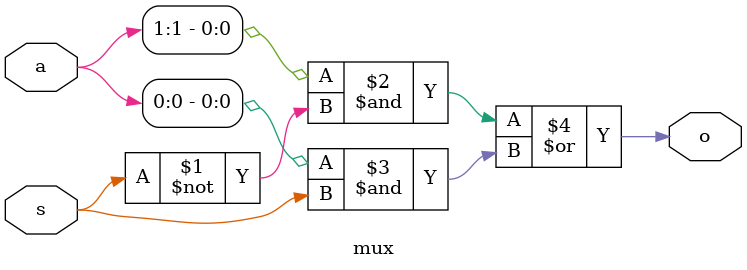
<source format=v>
module mux(input [1:0]a,
            input s,
            output o);
            assign o = (a[1]&(~s))|(a[0]&(s));
endmodule
</source>
